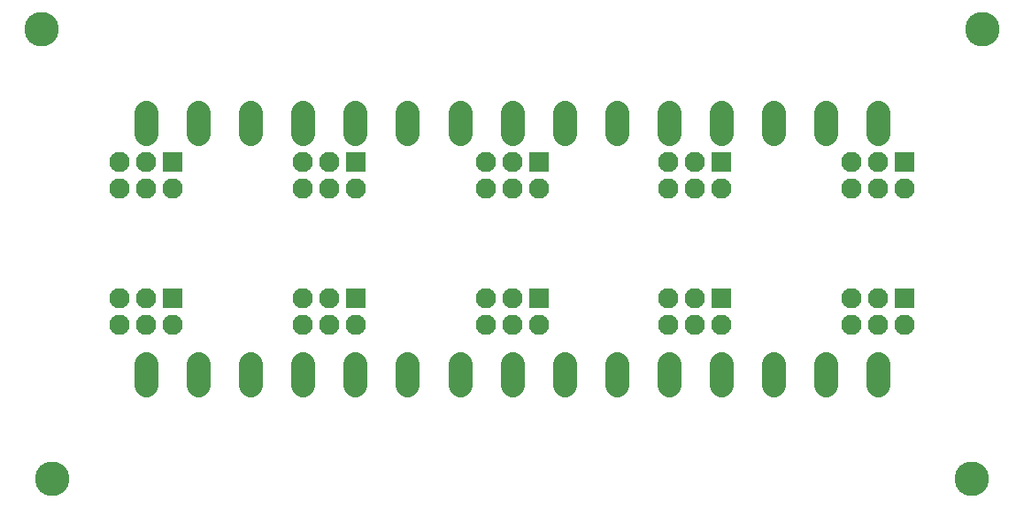
<source format=gbr>
G04 EAGLE Gerber RS-274X export*
G75*
%MOMM*%
%FSLAX34Y34*%
%LPD*%
%INSoldermask Bottom*%
%IPPOS*%
%AMOC8*
5,1,8,0,0,1.08239X$1,22.5*%
G01*
%ADD10C,3.303200*%
%ADD11R,1.953200X1.953200*%
%ADD12C,1.953200*%
%ADD13C,2.303200*%


D10*
X60000Y60000D03*
X50000Y490000D03*
X950000Y490000D03*
X940000Y60000D03*
D11*
X175400Y362700D03*
D12*
X175400Y337300D03*
X150000Y362700D03*
X150000Y337300D03*
X124600Y362700D03*
X124600Y337300D03*
D11*
X175400Y232700D03*
D12*
X175400Y207300D03*
X150000Y232700D03*
X150000Y207300D03*
X124600Y232700D03*
X124600Y207300D03*
D11*
X350400Y362700D03*
D12*
X350400Y337300D03*
X325000Y362700D03*
X325000Y337300D03*
X299600Y362700D03*
X299600Y337300D03*
D11*
X350400Y232700D03*
D12*
X350400Y207300D03*
X325000Y232700D03*
X325000Y207300D03*
X299600Y232700D03*
X299600Y207300D03*
D11*
X700400Y362700D03*
D12*
X700400Y337300D03*
X675000Y362700D03*
X675000Y337300D03*
X649600Y362700D03*
X649600Y337300D03*
D11*
X700400Y232700D03*
D12*
X700400Y207300D03*
X675000Y232700D03*
X675000Y207300D03*
X649600Y232700D03*
X649600Y207300D03*
D11*
X875400Y362700D03*
D12*
X875400Y337300D03*
X850000Y362700D03*
X850000Y337300D03*
X824600Y362700D03*
X824600Y337300D03*
D11*
X875400Y232700D03*
D12*
X875400Y207300D03*
X850000Y232700D03*
X850000Y207300D03*
X824600Y232700D03*
X824600Y207300D03*
D11*
X525400Y362700D03*
D12*
X525400Y337300D03*
X500000Y362700D03*
X500000Y337300D03*
X474600Y362700D03*
X474600Y337300D03*
D11*
X525400Y232700D03*
D12*
X525400Y207300D03*
X500000Y232700D03*
X500000Y207300D03*
X474600Y232700D03*
X474600Y207300D03*
D13*
X350000Y389700D02*
X350000Y410700D01*
X300000Y410700D02*
X300000Y389700D01*
X250000Y389700D02*
X250000Y410700D01*
X200000Y410700D02*
X200000Y389700D01*
X150000Y389700D02*
X150000Y410700D01*
X850000Y410700D02*
X850000Y389700D01*
X800000Y389700D02*
X800000Y410700D01*
X750000Y410700D02*
X750000Y389700D01*
X700000Y389700D02*
X700000Y410700D01*
X650000Y410700D02*
X650000Y389700D01*
X600000Y389700D02*
X600000Y410700D01*
X550000Y410700D02*
X550000Y389700D01*
X500000Y389700D02*
X500000Y410700D01*
X450000Y410700D02*
X450000Y389700D01*
X400000Y389700D02*
X400000Y410700D01*
X150000Y170300D02*
X150000Y149300D01*
X200000Y149300D02*
X200000Y170300D01*
X250000Y170300D02*
X250000Y149300D01*
X300000Y149300D02*
X300000Y170300D01*
X350000Y170300D02*
X350000Y149300D01*
X400000Y149300D02*
X400000Y170300D01*
X450000Y170300D02*
X450000Y149300D01*
X500000Y149300D02*
X500000Y170300D01*
X550000Y170300D02*
X550000Y149300D01*
X600000Y149300D02*
X600000Y170300D01*
X650000Y170300D02*
X650000Y149300D01*
X700000Y149300D02*
X700000Y170300D01*
X750000Y170300D02*
X750000Y149300D01*
X800000Y149300D02*
X800000Y170300D01*
X850000Y170300D02*
X850000Y149300D01*
M02*

</source>
